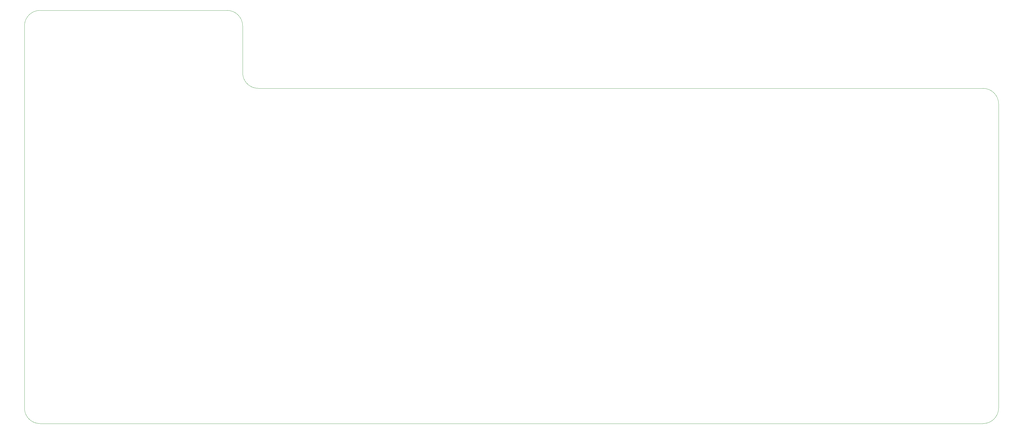
<source format=gbr>
G04 #@! TF.GenerationSoftware,KiCad,Pcbnew,(5.1.5)-3*
G04 #@! TF.CreationDate,2020-05-26T07:58:26-06:00*
G04 #@! TF.ProjectId,keeb,6b656562-2e6b-4696-9361-645f70636258,rev?*
G04 #@! TF.SameCoordinates,Original*
G04 #@! TF.FileFunction,Profile,NP*
%FSLAX46Y46*%
G04 Gerber Fmt 4.6, Leading zero omitted, Abs format (unit mm)*
G04 Created by KiCad (PCBNEW (5.1.5)-3) date 2020-05-26 07:58:26*
%MOMM*%
%LPD*%
G04 APERTURE LIST*
G04 #@! TA.AperFunction,Profile*
%ADD10C,0.050000*%
G04 #@! TD*
G04 APERTURE END LIST*
D10*
X40640000Y-45720000D02*
G75*
G02X45720000Y-40640000I5080000J0D01*
G01*
X45720000Y-175260000D02*
G75*
G02X40640000Y-170180000I0J5080000D01*
G01*
X358140000Y-170180000D02*
G75*
G02X353060000Y-175260000I-5080000J0D01*
G01*
X353060000Y-66040000D02*
G75*
G02X358140000Y-71120000I0J-5080000D01*
G01*
X116840000Y-66040000D02*
G75*
G02X111760000Y-60960000I0J5080000D01*
G01*
X106680000Y-40640000D02*
G75*
G02X111760000Y-45720000I0J-5080000D01*
G01*
X116840000Y-66040000D02*
X353060000Y-66040000D01*
X111760000Y-45720000D02*
X111760000Y-60960000D01*
X40640000Y-170180000D02*
X40640000Y-45720000D01*
X353060000Y-175260000D02*
X45720000Y-175260000D01*
X358140000Y-71120000D02*
X358140000Y-170180000D01*
X45720000Y-40640000D02*
X106680000Y-40640000D01*
M02*

</source>
